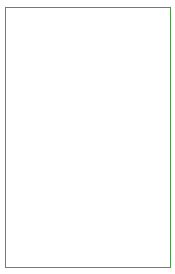
<source format=gbr>
%TF.GenerationSoftware,KiCad,Pcbnew,(6.0.4-0)*%
%TF.CreationDate,2022-11-11T12:05:39+09:00*%
%TF.ProjectId,pm2008-adapter-board,706d3230-3038-42d6-9164-61707465722d,V01*%
%TF.SameCoordinates,Original*%
%TF.FileFunction,Profile,NP*%
%FSLAX46Y46*%
G04 Gerber Fmt 4.6, Leading zero omitted, Abs format (unit mm)*
G04 Created by KiCad (PCBNEW (6.0.4-0)) date 2022-11-11 12:05:39*
%MOMM*%
%LPD*%
G01*
G04 APERTURE LIST*
%TA.AperFunction,Profile*%
%ADD10C,0.100000*%
%TD*%
G04 APERTURE END LIST*
D10*
X140000000Y-110000000D02*
X154000000Y-110000000D01*
X140000000Y-110000000D02*
X140000000Y-88000000D01*
X140000000Y-88000000D02*
X154000000Y-88000000D01*
X154000000Y-88000000D02*
X154000000Y-110000000D01*
M02*

</source>
